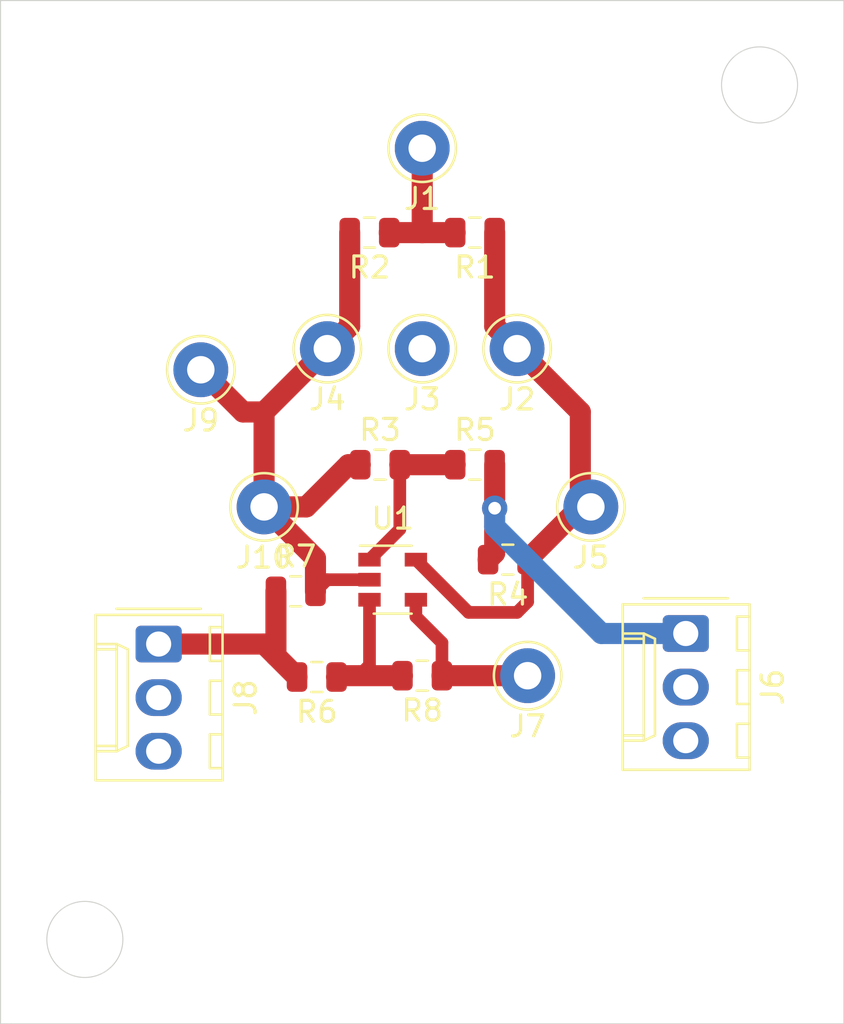
<source format=kicad_pcb>
(kicad_pcb (version 20171130) (host pcbnew 5.1.6-c6e7f7d~87~ubuntu18.04.1)

  (general
    (thickness 1.6)
    (drawings 8)
    (tracks 50)
    (zones 0)
    (modules 19)
    (nets 10)
  )

  (page A4)
  (layers
    (0 F.Cu signal)
    (31 B.Cu signal)
    (32 B.Adhes user)
    (33 F.Adhes user)
    (34 B.Paste user)
    (35 F.Paste user)
    (36 B.SilkS user)
    (37 F.SilkS user)
    (38 B.Mask user)
    (39 F.Mask user)
    (40 Dwgs.User user)
    (41 Cmts.User user)
    (42 Eco1.User user)
    (43 Eco2.User user)
    (44 Edge.Cuts user)
    (45 Margin user)
    (46 B.CrtYd user)
    (47 F.CrtYd user)
    (48 B.Fab user)
    (49 F.Fab user)
  )

  (setup
    (last_trace_width 1)
    (user_trace_width 0.6)
    (user_trace_width 1)
    (trace_clearance 0.2)
    (zone_clearance 0.508)
    (zone_45_only no)
    (trace_min 0.2)
    (via_size 0.8)
    (via_drill 0.4)
    (via_min_size 0.4)
    (via_min_drill 0.3)
    (user_via 1.2 0.6)
    (uvia_size 0.3)
    (uvia_drill 0.1)
    (uvias_allowed no)
    (uvia_min_size 0.2)
    (uvia_min_drill 0.1)
    (edge_width 0.05)
    (segment_width 0.2)
    (pcb_text_width 0.3)
    (pcb_text_size 1.5 1.5)
    (mod_edge_width 0.12)
    (mod_text_size 1 1)
    (mod_text_width 0.15)
    (pad_size 1.524 1.524)
    (pad_drill 0.762)
    (pad_to_mask_clearance 0.05)
    (aux_axis_origin 0 0)
    (visible_elements FFFFFF7F)
    (pcbplotparams
      (layerselection 0x010fc_ffffffff)
      (usegerberextensions false)
      (usegerberattributes true)
      (usegerberadvancedattributes true)
      (creategerberjobfile true)
      (excludeedgelayer true)
      (linewidth 0.100000)
      (plotframeref false)
      (viasonmask false)
      (mode 1)
      (useauxorigin false)
      (hpglpennumber 1)
      (hpglpenspeed 20)
      (hpglpendiameter 15.000000)
      (psnegative false)
      (psa4output false)
      (plotreference true)
      (plotvalue true)
      (plotinvisibletext false)
      (padsonsilk false)
      (subtractmaskfromsilk false)
      (outputformat 1)
      (mirror false)
      (drillshape 0)
      (scaleselection 1)
      (outputdirectory "/home/linux-user/Documents/Amplifiers/Temp-ctrl pot-ctrl add-on oct4/"))
  )

  (net 0 "")
  (net 1 "Net-(J1-Pad1)")
  (net 2 "Net-(J2-Pad1)")
  (net 3 "Net-(J3-Pad1)")
  (net 4 "Net-(J10-Pad1)")
  (net 5 "Net-(J6-Pad1)")
  (net 6 "Net-(J7-Pad1)")
  (net 7 "Net-(J8-Pad1)")
  (net 8 "Net-(R3-Pad2)")
  (net 9 "Net-(R6-Pad1)")

  (net_class Default "This is the default net class."
    (clearance 0.2)
    (trace_width 0.25)
    (via_dia 0.8)
    (via_drill 0.4)
    (uvia_dia 0.3)
    (uvia_drill 0.1)
    (add_net "Net-(J1-Pad1)")
    (add_net "Net-(J10-Pad1)")
    (add_net "Net-(J2-Pad1)")
    (add_net "Net-(J3-Pad1)")
    (add_net "Net-(J6-Pad1)")
    (add_net "Net-(J7-Pad1)")
    (add_net "Net-(J8-Pad1)")
    (add_net "Net-(R3-Pad2)")
    (add_net "Net-(R6-Pad1)")
  )

  (module Connector_Pin:Pin_D1.3mm_L11.0mm (layer F.Cu) (tedit 5A1DC085) (tstamp 615B0F0E)
    (at 175 61)
    (descr "solder Pin_ diameter 1.3mm, hole diameter 1.3mm, length 11.0mm")
    (tags "solder Pin_ pressfit")
    (path /61687B1E)
    (fp_text reference J1 (at 0 2.4) (layer F.SilkS)
      (effects (font (size 1 1) (thickness 0.15)))
    )
    (fp_text value Sense2 (at 0 -2.05) (layer F.Fab)
      (effects (font (size 1 1) (thickness 0.15)))
    )
    (fp_circle (center 0 0) (end 1.6 0.05) (layer F.SilkS) (width 0.12))
    (fp_circle (center 0 0) (end 1.25 -0.05) (layer F.Fab) (width 0.12))
    (fp_circle (center 0 0) (end 0.65 -0.05) (layer F.Fab) (width 0.12))
    (fp_circle (center 0 0) (end 1.8 0) (layer F.CrtYd) (width 0.05))
    (fp_text user %R (at 0 2.4) (layer F.Fab)
      (effects (font (size 1 1) (thickness 0.15)))
    )
    (pad 1 thru_hole circle (at 0 0) (size 2.6 2.6) (drill 1.3) (layers *.Cu *.Mask)
      (net 1 "Net-(J1-Pad1)"))
    (model ${KISYS3DMOD}/Connector_Pin.3dshapes/Pin_D1.3mm_L11.0mm.wrl
      (at (xyz 0 0 0))
      (scale (xyz 1 1 1))
      (rotate (xyz 0 0 0))
    )
  )

  (module Connector_Pin:Pin_D1.3mm_L11.0mm (layer F.Cu) (tedit 5A1DC085) (tstamp 615B0F18)
    (at 179.5 70.5)
    (descr "solder Pin_ diameter 1.3mm, hole diameter 1.3mm, length 11.0mm")
    (tags "solder Pin_ pressfit")
    (path /6167F64A)
    (fp_text reference J2 (at 0 2.4) (layer F.SilkS)
      (effects (font (size 1 1) (thickness 0.15)))
    )
    (fp_text value Vpot (at 0 -2.05) (layer F.Fab)
      (effects (font (size 1 1) (thickness 0.15)))
    )
    (fp_text user %R (at 0 2.4) (layer F.Fab)
      (effects (font (size 1 1) (thickness 0.15)))
    )
    (fp_circle (center 0 0) (end 1.8 0) (layer F.CrtYd) (width 0.05))
    (fp_circle (center 0 0) (end 0.65 -0.05) (layer F.Fab) (width 0.12))
    (fp_circle (center 0 0) (end 1.25 -0.05) (layer F.Fab) (width 0.12))
    (fp_circle (center 0 0) (end 1.6 0.05) (layer F.SilkS) (width 0.12))
    (pad 1 thru_hole circle (at 0 0) (size 2.6 2.6) (drill 1.3) (layers *.Cu *.Mask)
      (net 2 "Net-(J2-Pad1)"))
    (model ${KISYS3DMOD}/Connector_Pin.3dshapes/Pin_D1.3mm_L11.0mm.wrl
      (at (xyz 0 0 0))
      (scale (xyz 1 1 1))
      (rotate (xyz 0 0 0))
    )
  )

  (module Connector_Pin:Pin_D1.3mm_L11.0mm (layer F.Cu) (tedit 5A1DC085) (tstamp 615B0F22)
    (at 175 70.5)
    (descr "solder Pin_ diameter 1.3mm, hole diameter 1.3mm, length 11.0mm")
    (tags "solder Pin_ pressfit")
    (path /6167FC5D)
    (fp_text reference J3 (at 0 2.4) (layer F.SilkS)
      (effects (font (size 1 1) (thickness 0.15)))
    )
    (fp_text value Sense1 (at 0 -2.05) (layer F.Fab)
      (effects (font (size 1 1) (thickness 0.15)))
    )
    (fp_circle (center 0 0) (end 1.6 0.05) (layer F.SilkS) (width 0.12))
    (fp_circle (center 0 0) (end 1.25 -0.05) (layer F.Fab) (width 0.12))
    (fp_circle (center 0 0) (end 0.65 -0.05) (layer F.Fab) (width 0.12))
    (fp_circle (center 0 0) (end 1.8 0) (layer F.CrtYd) (width 0.05))
    (fp_text user %R (at 0 2.4) (layer F.Fab)
      (effects (font (size 1 1) (thickness 0.15)))
    )
    (pad 1 thru_hole circle (at 0 0) (size 2.6 2.6) (drill 1.3) (layers *.Cu *.Mask)
      (net 3 "Net-(J3-Pad1)"))
    (model ${KISYS3DMOD}/Connector_Pin.3dshapes/Pin_D1.3mm_L11.0mm.wrl
      (at (xyz 0 0 0))
      (scale (xyz 1 1 1))
      (rotate (xyz 0 0 0))
    )
  )

  (module Connector_Pin:Pin_D1.3mm_L11.0mm (layer F.Cu) (tedit 5A1DC085) (tstamp 615B0F2C)
    (at 170.5 70.5)
    (descr "solder Pin_ diameter 1.3mm, hole diameter 1.3mm, length 11.0mm")
    (tags "solder Pin_ pressfit")
    (path /616804AC)
    (fp_text reference J4 (at 0 2.4) (layer F.SilkS)
      (effects (font (size 1 1) (thickness 0.15)))
    )
    (fp_text value GNDpot (at 0 -2.05) (layer F.Fab)
      (effects (font (size 1 1) (thickness 0.15)))
    )
    (fp_text user %R (at 0 2.4) (layer F.Fab)
      (effects (font (size 1 1) (thickness 0.15)))
    )
    (fp_circle (center 0 0) (end 1.8 0) (layer F.CrtYd) (width 0.05))
    (fp_circle (center 0 0) (end 0.65 -0.05) (layer F.Fab) (width 0.12))
    (fp_circle (center 0 0) (end 1.25 -0.05) (layer F.Fab) (width 0.12))
    (fp_circle (center 0 0) (end 1.6 0.05) (layer F.SilkS) (width 0.12))
    (pad 1 thru_hole circle (at 0 0) (size 2.6 2.6) (drill 1.3) (layers *.Cu *.Mask)
      (net 4 "Net-(J10-Pad1)"))
    (model ${KISYS3DMOD}/Connector_Pin.3dshapes/Pin_D1.3mm_L11.0mm.wrl
      (at (xyz 0 0 0))
      (scale (xyz 1 1 1))
      (rotate (xyz 0 0 0))
    )
  )

  (module Connector_Pin:Pin_D1.3mm_L11.0mm (layer F.Cu) (tedit 5A1DC085) (tstamp 615B0F36)
    (at 183 78)
    (descr "solder Pin_ diameter 1.3mm, hole diameter 1.3mm, length 11.0mm")
    (tags "solder Pin_ pressfit")
    (path /61671A4D)
    (fp_text reference J5 (at 0 2.4) (layer F.SilkS)
      (effects (font (size 1 1) (thickness 0.15)))
    )
    (fp_text value 5V (at 0 -2.05) (layer F.Fab)
      (effects (font (size 1 1) (thickness 0.15)))
    )
    (fp_text user %R (at 0 2.4) (layer F.Fab)
      (effects (font (size 1 1) (thickness 0.15)))
    )
    (fp_circle (center 0 0) (end 1.8 0) (layer F.CrtYd) (width 0.05))
    (fp_circle (center 0 0) (end 0.65 -0.05) (layer F.Fab) (width 0.12))
    (fp_circle (center 0 0) (end 1.25 -0.05) (layer F.Fab) (width 0.12))
    (fp_circle (center 0 0) (end 1.6 0.05) (layer F.SilkS) (width 0.12))
    (pad 1 thru_hole circle (at 0 0) (size 2.6 2.6) (drill 1.3) (layers *.Cu *.Mask)
      (net 2 "Net-(J2-Pad1)"))
    (model ${KISYS3DMOD}/Connector_Pin.3dshapes/Pin_D1.3mm_L11.0mm.wrl
      (at (xyz 0 0 0))
      (scale (xyz 1 1 1))
      (rotate (xyz 0 0 0))
    )
  )

  (module Connector_Molex:Molex_KK-254_AE-6410-03A_1x03_P2.54mm_Vertical (layer F.Cu) (tedit 5EA53D3B) (tstamp 615B0F5E)
    (at 187.5 84 270)
    (descr "Molex KK-254 Interconnect System, old/engineering part number: AE-6410-03A example for new part number: 22-27-2031, 3 Pins (http://www.molex.com/pdm_docs/sd/022272021_sd.pdf), generated with kicad-footprint-generator")
    (tags "connector Molex KK-254 vertical")
    (path /61672ECB)
    (fp_text reference J6 (at 2.54 -4.12 90) (layer F.SilkS)
      (effects (font (size 1 1) (thickness 0.15)))
    )
    (fp_text value Thermistor1 (at 2.54 4.08 90) (layer F.Fab)
      (effects (font (size 1 1) (thickness 0.15)))
    )
    (fp_text user %R (at 2.54 -2.22 90) (layer F.Fab)
      (effects (font (size 1 1) (thickness 0.15)))
    )
    (fp_line (start -1.27 -2.92) (end -1.27 2.88) (layer F.Fab) (width 0.1))
    (fp_line (start -1.27 2.88) (end 6.35 2.88) (layer F.Fab) (width 0.1))
    (fp_line (start 6.35 2.88) (end 6.35 -2.92) (layer F.Fab) (width 0.1))
    (fp_line (start 6.35 -2.92) (end -1.27 -2.92) (layer F.Fab) (width 0.1))
    (fp_line (start -1.38 -3.03) (end -1.38 2.99) (layer F.SilkS) (width 0.12))
    (fp_line (start -1.38 2.99) (end 6.46 2.99) (layer F.SilkS) (width 0.12))
    (fp_line (start 6.46 2.99) (end 6.46 -3.03) (layer F.SilkS) (width 0.12))
    (fp_line (start 6.46 -3.03) (end -1.38 -3.03) (layer F.SilkS) (width 0.12))
    (fp_line (start -1.67 -2) (end -1.67 2) (layer F.SilkS) (width 0.12))
    (fp_line (start -1.27 -0.5) (end -0.562893 0) (layer F.Fab) (width 0.1))
    (fp_line (start -0.562893 0) (end -1.27 0.5) (layer F.Fab) (width 0.1))
    (fp_line (start 0 2.99) (end 0 1.99) (layer F.SilkS) (width 0.12))
    (fp_line (start 0 1.99) (end 5.08 1.99) (layer F.SilkS) (width 0.12))
    (fp_line (start 5.08 1.99) (end 5.08 2.99) (layer F.SilkS) (width 0.12))
    (fp_line (start 0 1.99) (end 0.25 1.46) (layer F.SilkS) (width 0.12))
    (fp_line (start 0.25 1.46) (end 4.83 1.46) (layer F.SilkS) (width 0.12))
    (fp_line (start 4.83 1.46) (end 5.08 1.99) (layer F.SilkS) (width 0.12))
    (fp_line (start 0.25 2.99) (end 0.25 1.99) (layer F.SilkS) (width 0.12))
    (fp_line (start 4.83 2.99) (end 4.83 1.99) (layer F.SilkS) (width 0.12))
    (fp_line (start -0.8 -3.03) (end -0.8 -2.43) (layer F.SilkS) (width 0.12))
    (fp_line (start -0.8 -2.43) (end 0.8 -2.43) (layer F.SilkS) (width 0.12))
    (fp_line (start 0.8 -2.43) (end 0.8 -3.03) (layer F.SilkS) (width 0.12))
    (fp_line (start 1.74 -3.03) (end 1.74 -2.43) (layer F.SilkS) (width 0.12))
    (fp_line (start 1.74 -2.43) (end 3.34 -2.43) (layer F.SilkS) (width 0.12))
    (fp_line (start 3.34 -2.43) (end 3.34 -3.03) (layer F.SilkS) (width 0.12))
    (fp_line (start 4.28 -3.03) (end 4.28 -2.43) (layer F.SilkS) (width 0.12))
    (fp_line (start 4.28 -2.43) (end 5.88 -2.43) (layer F.SilkS) (width 0.12))
    (fp_line (start 5.88 -2.43) (end 5.88 -3.03) (layer F.SilkS) (width 0.12))
    (fp_line (start -1.77 -3.42) (end -1.77 3.38) (layer F.CrtYd) (width 0.05))
    (fp_line (start -1.77 3.38) (end 6.85 3.38) (layer F.CrtYd) (width 0.05))
    (fp_line (start 6.85 3.38) (end 6.85 -3.42) (layer F.CrtYd) (width 0.05))
    (fp_line (start 6.85 -3.42) (end -1.77 -3.42) (layer F.CrtYd) (width 0.05))
    (pad 3 thru_hole oval (at 5.08 0 270) (size 1.74 2.19) (drill 1.19) (layers *.Cu *.Mask))
    (pad 2 thru_hole oval (at 2.54 0 270) (size 1.74 2.19) (drill 1.19) (layers *.Cu *.Mask))
    (pad 1 thru_hole roundrect (at 0 0 270) (size 1.74 2.19) (drill 1.19) (layers *.Cu *.Mask) (roundrect_rratio 0.143678)
      (net 5 "Net-(J6-Pad1)"))
    (model ${KISYS3DMOD}/Connector_Molex.3dshapes/Molex_KK-254_AE-6410-03A_1x03_P2.54mm_Vertical.wrl
      (at (xyz 0 0 0))
      (scale (xyz 1 1 1))
      (rotate (xyz 0 0 0))
    )
  )

  (module Connector_Pin:Pin_D1.3mm_L11.0mm (layer F.Cu) (tedit 5A1DC085) (tstamp 615B0F68)
    (at 180 86)
    (descr "solder Pin_ diameter 1.3mm, hole diameter 1.3mm, length 11.0mm")
    (tags "solder Pin_ pressfit")
    (path /61674173)
    (fp_text reference J7 (at 0 2.4) (layer F.SilkS)
      (effects (font (size 1 1) (thickness 0.15)))
    )
    (fp_text value ThermOut (at 0 -2.05) (layer F.Fab)
      (effects (font (size 1 1) (thickness 0.15)))
    )
    (fp_circle (center 0 0) (end 1.6 0.05) (layer F.SilkS) (width 0.12))
    (fp_circle (center 0 0) (end 1.25 -0.05) (layer F.Fab) (width 0.12))
    (fp_circle (center 0 0) (end 0.65 -0.05) (layer F.Fab) (width 0.12))
    (fp_circle (center 0 0) (end 1.8 0) (layer F.CrtYd) (width 0.05))
    (fp_text user %R (at 0 2.4) (layer F.Fab)
      (effects (font (size 1 1) (thickness 0.15)))
    )
    (pad 1 thru_hole circle (at 0 0) (size 2.6 2.6) (drill 1.3) (layers *.Cu *.Mask)
      (net 6 "Net-(J7-Pad1)"))
    (model ${KISYS3DMOD}/Connector_Pin.3dshapes/Pin_D1.3mm_L11.0mm.wrl
      (at (xyz 0 0 0))
      (scale (xyz 1 1 1))
      (rotate (xyz 0 0 0))
    )
  )

  (module Connector_Molex:Molex_KK-254_AE-6410-03A_1x03_P2.54mm_Vertical (layer F.Cu) (tedit 5EA53D3B) (tstamp 615B0F90)
    (at 162.5 84.5 270)
    (descr "Molex KK-254 Interconnect System, old/engineering part number: AE-6410-03A example for new part number: 22-27-2031, 3 Pins (http://www.molex.com/pdm_docs/sd/022272021_sd.pdf), generated with kicad-footprint-generator")
    (tags "connector Molex KK-254 vertical")
    (path /61673338)
    (fp_text reference J8 (at 2.54 -4.12 90) (layer F.SilkS)
      (effects (font (size 1 1) (thickness 0.15)))
    )
    (fp_text value Thermistor2 (at 2.54 4.08 90) (layer F.Fab)
      (effects (font (size 1 1) (thickness 0.15)))
    )
    (fp_line (start 6.85 -3.42) (end -1.77 -3.42) (layer F.CrtYd) (width 0.05))
    (fp_line (start 6.85 3.38) (end 6.85 -3.42) (layer F.CrtYd) (width 0.05))
    (fp_line (start -1.77 3.38) (end 6.85 3.38) (layer F.CrtYd) (width 0.05))
    (fp_line (start -1.77 -3.42) (end -1.77 3.38) (layer F.CrtYd) (width 0.05))
    (fp_line (start 5.88 -2.43) (end 5.88 -3.03) (layer F.SilkS) (width 0.12))
    (fp_line (start 4.28 -2.43) (end 5.88 -2.43) (layer F.SilkS) (width 0.12))
    (fp_line (start 4.28 -3.03) (end 4.28 -2.43) (layer F.SilkS) (width 0.12))
    (fp_line (start 3.34 -2.43) (end 3.34 -3.03) (layer F.SilkS) (width 0.12))
    (fp_line (start 1.74 -2.43) (end 3.34 -2.43) (layer F.SilkS) (width 0.12))
    (fp_line (start 1.74 -3.03) (end 1.74 -2.43) (layer F.SilkS) (width 0.12))
    (fp_line (start 0.8 -2.43) (end 0.8 -3.03) (layer F.SilkS) (width 0.12))
    (fp_line (start -0.8 -2.43) (end 0.8 -2.43) (layer F.SilkS) (width 0.12))
    (fp_line (start -0.8 -3.03) (end -0.8 -2.43) (layer F.SilkS) (width 0.12))
    (fp_line (start 4.83 2.99) (end 4.83 1.99) (layer F.SilkS) (width 0.12))
    (fp_line (start 0.25 2.99) (end 0.25 1.99) (layer F.SilkS) (width 0.12))
    (fp_line (start 4.83 1.46) (end 5.08 1.99) (layer F.SilkS) (width 0.12))
    (fp_line (start 0.25 1.46) (end 4.83 1.46) (layer F.SilkS) (width 0.12))
    (fp_line (start 0 1.99) (end 0.25 1.46) (layer F.SilkS) (width 0.12))
    (fp_line (start 5.08 1.99) (end 5.08 2.99) (layer F.SilkS) (width 0.12))
    (fp_line (start 0 1.99) (end 5.08 1.99) (layer F.SilkS) (width 0.12))
    (fp_line (start 0 2.99) (end 0 1.99) (layer F.SilkS) (width 0.12))
    (fp_line (start -0.562893 0) (end -1.27 0.5) (layer F.Fab) (width 0.1))
    (fp_line (start -1.27 -0.5) (end -0.562893 0) (layer F.Fab) (width 0.1))
    (fp_line (start -1.67 -2) (end -1.67 2) (layer F.SilkS) (width 0.12))
    (fp_line (start 6.46 -3.03) (end -1.38 -3.03) (layer F.SilkS) (width 0.12))
    (fp_line (start 6.46 2.99) (end 6.46 -3.03) (layer F.SilkS) (width 0.12))
    (fp_line (start -1.38 2.99) (end 6.46 2.99) (layer F.SilkS) (width 0.12))
    (fp_line (start -1.38 -3.03) (end -1.38 2.99) (layer F.SilkS) (width 0.12))
    (fp_line (start 6.35 -2.92) (end -1.27 -2.92) (layer F.Fab) (width 0.1))
    (fp_line (start 6.35 2.88) (end 6.35 -2.92) (layer F.Fab) (width 0.1))
    (fp_line (start -1.27 2.88) (end 6.35 2.88) (layer F.Fab) (width 0.1))
    (fp_line (start -1.27 -2.92) (end -1.27 2.88) (layer F.Fab) (width 0.1))
    (fp_text user %R (at 2.54 -2.22 90) (layer F.Fab)
      (effects (font (size 1 1) (thickness 0.15)))
    )
    (pad 1 thru_hole roundrect (at 0 0 270) (size 1.74 2.19) (drill 1.19) (layers *.Cu *.Mask) (roundrect_rratio 0.143678)
      (net 7 "Net-(J8-Pad1)"))
    (pad 2 thru_hole oval (at 2.54 0 270) (size 1.74 2.19) (drill 1.19) (layers *.Cu *.Mask))
    (pad 3 thru_hole oval (at 5.08 0 270) (size 1.74 2.19) (drill 1.19) (layers *.Cu *.Mask))
    (model ${KISYS3DMOD}/Connector_Molex.3dshapes/Molex_KK-254_AE-6410-03A_1x03_P2.54mm_Vertical.wrl
      (at (xyz 0 0 0))
      (scale (xyz 1 1 1))
      (rotate (xyz 0 0 0))
    )
  )

  (module Connector_Pin:Pin_D1.3mm_L11.0mm (layer F.Cu) (tedit 5A1DC085) (tstamp 615B0F9A)
    (at 164.5 71.5)
    (descr "solder Pin_ diameter 1.3mm, hole diameter 1.3mm, length 11.0mm")
    (tags "solder Pin_ pressfit")
    (path /6167476D)
    (fp_text reference J9 (at 0 2.4) (layer F.SilkS)
      (effects (font (size 1 1) (thickness 0.15)))
    )
    (fp_text value GNDout (at 0 -2.05) (layer F.Fab)
      (effects (font (size 1 1) (thickness 0.15)))
    )
    (fp_text user %R (at 0 2.4) (layer F.Fab)
      (effects (font (size 1 1) (thickness 0.15)))
    )
    (fp_circle (center 0 0) (end 1.8 0) (layer F.CrtYd) (width 0.05))
    (fp_circle (center 0 0) (end 0.65 -0.05) (layer F.Fab) (width 0.12))
    (fp_circle (center 0 0) (end 1.25 -0.05) (layer F.Fab) (width 0.12))
    (fp_circle (center 0 0) (end 1.6 0.05) (layer F.SilkS) (width 0.12))
    (pad 1 thru_hole circle (at 0 0) (size 2.6 2.6) (drill 1.3) (layers *.Cu *.Mask)
      (net 4 "Net-(J10-Pad1)"))
    (model ${KISYS3DMOD}/Connector_Pin.3dshapes/Pin_D1.3mm_L11.0mm.wrl
      (at (xyz 0 0 0))
      (scale (xyz 1 1 1))
      (rotate (xyz 0 0 0))
    )
  )

  (module Connector_Pin:Pin_D1.3mm_L11.0mm (layer F.Cu) (tedit 5A1DC085) (tstamp 615B0FA4)
    (at 167.5 78)
    (descr "solder Pin_ diameter 1.3mm, hole diameter 1.3mm, length 11.0mm")
    (tags "solder Pin_ pressfit")
    (path /61676AB0)
    (fp_text reference J10 (at 0 2.4) (layer F.SilkS)
      (effects (font (size 1 1) (thickness 0.15)))
    )
    (fp_text value GNDin (at 0 -2.05) (layer F.Fab)
      (effects (font (size 1 1) (thickness 0.15)))
    )
    (fp_circle (center 0 0) (end 1.6 0.05) (layer F.SilkS) (width 0.12))
    (fp_circle (center 0 0) (end 1.25 -0.05) (layer F.Fab) (width 0.12))
    (fp_circle (center 0 0) (end 0.65 -0.05) (layer F.Fab) (width 0.12))
    (fp_circle (center 0 0) (end 1.8 0) (layer F.CrtYd) (width 0.05))
    (fp_text user %R (at 0 2.4) (layer F.Fab)
      (effects (font (size 1 1) (thickness 0.15)))
    )
    (pad 1 thru_hole circle (at 0 0) (size 2.6 2.6) (drill 1.3) (layers *.Cu *.Mask)
      (net 4 "Net-(J10-Pad1)"))
    (model ${KISYS3DMOD}/Connector_Pin.3dshapes/Pin_D1.3mm_L11.0mm.wrl
      (at (xyz 0 0 0))
      (scale (xyz 1 1 1))
      (rotate (xyz 0 0 0))
    )
  )

  (module Resistor_SMD:R_0805_2012Metric (layer F.Cu) (tedit 5B36C52B) (tstamp 615B0FB5)
    (at 177.5 65 180)
    (descr "Resistor SMD 0805 (2012 Metric), square (rectangular) end terminal, IPC_7351 nominal, (Body size source: https://docs.google.com/spreadsheets/d/1BsfQQcO9C6DZCsRaXUlFlo91Tg2WpOkGARC1WS5S8t0/edit?usp=sharing), generated with kicad-footprint-generator")
    (tags resistor)
    (path /61682B96)
    (attr smd)
    (fp_text reference R1 (at 0 -1.65) (layer F.SilkS)
      (effects (font (size 1 1) (thickness 0.15)))
    )
    (fp_text value 1k (at 0 1.65) (layer F.Fab)
      (effects (font (size 1 1) (thickness 0.15)))
    )
    (fp_text user %R (at 0 0) (layer F.Fab)
      (effects (font (size 0.5 0.5) (thickness 0.08)))
    )
    (fp_line (start -1 0.6) (end -1 -0.6) (layer F.Fab) (width 0.1))
    (fp_line (start -1 -0.6) (end 1 -0.6) (layer F.Fab) (width 0.1))
    (fp_line (start 1 -0.6) (end 1 0.6) (layer F.Fab) (width 0.1))
    (fp_line (start 1 0.6) (end -1 0.6) (layer F.Fab) (width 0.1))
    (fp_line (start -0.258578 -0.71) (end 0.258578 -0.71) (layer F.SilkS) (width 0.12))
    (fp_line (start -0.258578 0.71) (end 0.258578 0.71) (layer F.SilkS) (width 0.12))
    (fp_line (start -1.68 0.95) (end -1.68 -0.95) (layer F.CrtYd) (width 0.05))
    (fp_line (start -1.68 -0.95) (end 1.68 -0.95) (layer F.CrtYd) (width 0.05))
    (fp_line (start 1.68 -0.95) (end 1.68 0.95) (layer F.CrtYd) (width 0.05))
    (fp_line (start 1.68 0.95) (end -1.68 0.95) (layer F.CrtYd) (width 0.05))
    (pad 2 smd roundrect (at 0.9375 0 180) (size 0.975 1.4) (layers F.Cu F.Paste F.Mask) (roundrect_rratio 0.25)
      (net 1 "Net-(J1-Pad1)"))
    (pad 1 smd roundrect (at -0.9375 0 180) (size 0.975 1.4) (layers F.Cu F.Paste F.Mask) (roundrect_rratio 0.25)
      (net 2 "Net-(J2-Pad1)"))
    (model ${KISYS3DMOD}/Resistor_SMD.3dshapes/R_0805_2012Metric.wrl
      (at (xyz 0 0 0))
      (scale (xyz 1 1 1))
      (rotate (xyz 0 0 0))
    )
  )

  (module Resistor_SMD:R_0805_2012Metric (layer F.Cu) (tedit 5B36C52B) (tstamp 615B0FC6)
    (at 172.5 65 180)
    (descr "Resistor SMD 0805 (2012 Metric), square (rectangular) end terminal, IPC_7351 nominal, (Body size source: https://docs.google.com/spreadsheets/d/1BsfQQcO9C6DZCsRaXUlFlo91Tg2WpOkGARC1WS5S8t0/edit?usp=sharing), generated with kicad-footprint-generator")
    (tags resistor)
    (path /616832FE)
    (attr smd)
    (fp_text reference R2 (at 0 -1.65) (layer F.SilkS)
      (effects (font (size 1 1) (thickness 0.15)))
    )
    (fp_text value 1k (at 0 1.65) (layer F.Fab)
      (effects (font (size 1 1) (thickness 0.15)))
    )
    (fp_line (start 1.68 0.95) (end -1.68 0.95) (layer F.CrtYd) (width 0.05))
    (fp_line (start 1.68 -0.95) (end 1.68 0.95) (layer F.CrtYd) (width 0.05))
    (fp_line (start -1.68 -0.95) (end 1.68 -0.95) (layer F.CrtYd) (width 0.05))
    (fp_line (start -1.68 0.95) (end -1.68 -0.95) (layer F.CrtYd) (width 0.05))
    (fp_line (start -0.258578 0.71) (end 0.258578 0.71) (layer F.SilkS) (width 0.12))
    (fp_line (start -0.258578 -0.71) (end 0.258578 -0.71) (layer F.SilkS) (width 0.12))
    (fp_line (start 1 0.6) (end -1 0.6) (layer F.Fab) (width 0.1))
    (fp_line (start 1 -0.6) (end 1 0.6) (layer F.Fab) (width 0.1))
    (fp_line (start -1 -0.6) (end 1 -0.6) (layer F.Fab) (width 0.1))
    (fp_line (start -1 0.6) (end -1 -0.6) (layer F.Fab) (width 0.1))
    (fp_text user %R (at 0 0) (layer F.Fab)
      (effects (font (size 0.5 0.5) (thickness 0.08)))
    )
    (pad 1 smd roundrect (at -0.9375 0 180) (size 0.975 1.4) (layers F.Cu F.Paste F.Mask) (roundrect_rratio 0.25)
      (net 1 "Net-(J1-Pad1)"))
    (pad 2 smd roundrect (at 0.9375 0 180) (size 0.975 1.4) (layers F.Cu F.Paste F.Mask) (roundrect_rratio 0.25)
      (net 4 "Net-(J10-Pad1)"))
    (model ${KISYS3DMOD}/Resistor_SMD.3dshapes/R_0805_2012Metric.wrl
      (at (xyz 0 0 0))
      (scale (xyz 1 1 1))
      (rotate (xyz 0 0 0))
    )
  )

  (module Resistor_SMD:R_0805_2012Metric (layer F.Cu) (tedit 5B36C52B) (tstamp 615B0FD7)
    (at 173 76)
    (descr "Resistor SMD 0805 (2012 Metric), square (rectangular) end terminal, IPC_7351 nominal, (Body size source: https://docs.google.com/spreadsheets/d/1BsfQQcO9C6DZCsRaXUlFlo91Tg2WpOkGARC1WS5S8t0/edit?usp=sharing), generated with kicad-footprint-generator")
    (tags resistor)
    (path /6166FC69)
    (attr smd)
    (fp_text reference R3 (at 0 -1.65) (layer F.SilkS)
      (effects (font (size 1 1) (thickness 0.15)))
    )
    (fp_text value 100k (at 0 1.65) (layer F.Fab)
      (effects (font (size 1 1) (thickness 0.15)))
    )
    (fp_text user %R (at 0 0) (layer F.Fab)
      (effects (font (size 0.5 0.5) (thickness 0.08)))
    )
    (fp_line (start -1 0.6) (end -1 -0.6) (layer F.Fab) (width 0.1))
    (fp_line (start -1 -0.6) (end 1 -0.6) (layer F.Fab) (width 0.1))
    (fp_line (start 1 -0.6) (end 1 0.6) (layer F.Fab) (width 0.1))
    (fp_line (start 1 0.6) (end -1 0.6) (layer F.Fab) (width 0.1))
    (fp_line (start -0.258578 -0.71) (end 0.258578 -0.71) (layer F.SilkS) (width 0.12))
    (fp_line (start -0.258578 0.71) (end 0.258578 0.71) (layer F.SilkS) (width 0.12))
    (fp_line (start -1.68 0.95) (end -1.68 -0.95) (layer F.CrtYd) (width 0.05))
    (fp_line (start -1.68 -0.95) (end 1.68 -0.95) (layer F.CrtYd) (width 0.05))
    (fp_line (start 1.68 -0.95) (end 1.68 0.95) (layer F.CrtYd) (width 0.05))
    (fp_line (start 1.68 0.95) (end -1.68 0.95) (layer F.CrtYd) (width 0.05))
    (pad 2 smd roundrect (at 0.9375 0) (size 0.975 1.4) (layers F.Cu F.Paste F.Mask) (roundrect_rratio 0.25)
      (net 8 "Net-(R3-Pad2)"))
    (pad 1 smd roundrect (at -0.9375 0) (size 0.975 1.4) (layers F.Cu F.Paste F.Mask) (roundrect_rratio 0.25)
      (net 4 "Net-(J10-Pad1)"))
    (model ${KISYS3DMOD}/Resistor_SMD.3dshapes/R_0805_2012Metric.wrl
      (at (xyz 0 0 0))
      (scale (xyz 1 1 1))
      (rotate (xyz 0 0 0))
    )
  )

  (module Resistor_SMD:R_0805_2012Metric (layer F.Cu) (tedit 5B36C52B) (tstamp 615B0FE8)
    (at 179.0625 80.5 180)
    (descr "Resistor SMD 0805 (2012 Metric), square (rectangular) end terminal, IPC_7351 nominal, (Body size source: https://docs.google.com/spreadsheets/d/1BsfQQcO9C6DZCsRaXUlFlo91Tg2WpOkGARC1WS5S8t0/edit?usp=sharing), generated with kicad-footprint-generator")
    (tags resistor)
    (path /6166FE93)
    (attr smd)
    (fp_text reference R4 (at 0 -1.65) (layer F.SilkS)
      (effects (font (size 1 1) (thickness 0.15)))
    )
    (fp_text value 1k (at 0 1.65) (layer F.Fab)
      (effects (font (size 1 1) (thickness 0.15)))
    )
    (fp_line (start 1.68 0.95) (end -1.68 0.95) (layer F.CrtYd) (width 0.05))
    (fp_line (start 1.68 -0.95) (end 1.68 0.95) (layer F.CrtYd) (width 0.05))
    (fp_line (start -1.68 -0.95) (end 1.68 -0.95) (layer F.CrtYd) (width 0.05))
    (fp_line (start -1.68 0.95) (end -1.68 -0.95) (layer F.CrtYd) (width 0.05))
    (fp_line (start -0.258578 0.71) (end 0.258578 0.71) (layer F.SilkS) (width 0.12))
    (fp_line (start -0.258578 -0.71) (end 0.258578 -0.71) (layer F.SilkS) (width 0.12))
    (fp_line (start 1 0.6) (end -1 0.6) (layer F.Fab) (width 0.1))
    (fp_line (start 1 -0.6) (end 1 0.6) (layer F.Fab) (width 0.1))
    (fp_line (start -1 -0.6) (end 1 -0.6) (layer F.Fab) (width 0.1))
    (fp_line (start -1 0.6) (end -1 -0.6) (layer F.Fab) (width 0.1))
    (fp_text user %R (at 0 0) (layer F.Fab)
      (effects (font (size 0.5 0.5) (thickness 0.08)))
    )
    (pad 1 smd roundrect (at -0.9375 0 180) (size 0.975 1.4) (layers F.Cu F.Paste F.Mask) (roundrect_rratio 0.25)
      (net 2 "Net-(J2-Pad1)"))
    (pad 2 smd roundrect (at 0.9375 0 180) (size 0.975 1.4) (layers F.Cu F.Paste F.Mask) (roundrect_rratio 0.25)
      (net 5 "Net-(J6-Pad1)"))
    (model ${KISYS3DMOD}/Resistor_SMD.3dshapes/R_0805_2012Metric.wrl
      (at (xyz 0 0 0))
      (scale (xyz 1 1 1))
      (rotate (xyz 0 0 0))
    )
  )

  (module Resistor_SMD:R_0805_2012Metric (layer F.Cu) (tedit 5B36C52B) (tstamp 615B0FF9)
    (at 177.5 76)
    (descr "Resistor SMD 0805 (2012 Metric), square (rectangular) end terminal, IPC_7351 nominal, (Body size source: https://docs.google.com/spreadsheets/d/1BsfQQcO9C6DZCsRaXUlFlo91Tg2WpOkGARC1WS5S8t0/edit?usp=sharing), generated with kicad-footprint-generator")
    (tags resistor)
    (path /6166FA94)
    (attr smd)
    (fp_text reference R5 (at 0 -1.65) (layer F.SilkS)
      (effects (font (size 1 1) (thickness 0.15)))
    )
    (fp_text value 1k (at 0 1.65) (layer F.Fab)
      (effects (font (size 1 1) (thickness 0.15)))
    )
    (fp_line (start 1.68 0.95) (end -1.68 0.95) (layer F.CrtYd) (width 0.05))
    (fp_line (start 1.68 -0.95) (end 1.68 0.95) (layer F.CrtYd) (width 0.05))
    (fp_line (start -1.68 -0.95) (end 1.68 -0.95) (layer F.CrtYd) (width 0.05))
    (fp_line (start -1.68 0.95) (end -1.68 -0.95) (layer F.CrtYd) (width 0.05))
    (fp_line (start -0.258578 0.71) (end 0.258578 0.71) (layer F.SilkS) (width 0.12))
    (fp_line (start -0.258578 -0.71) (end 0.258578 -0.71) (layer F.SilkS) (width 0.12))
    (fp_line (start 1 0.6) (end -1 0.6) (layer F.Fab) (width 0.1))
    (fp_line (start 1 -0.6) (end 1 0.6) (layer F.Fab) (width 0.1))
    (fp_line (start -1 -0.6) (end 1 -0.6) (layer F.Fab) (width 0.1))
    (fp_line (start -1 0.6) (end -1 -0.6) (layer F.Fab) (width 0.1))
    (fp_text user %R (at 0 0) (layer F.Fab)
      (effects (font (size 0.5 0.5) (thickness 0.08)))
    )
    (pad 1 smd roundrect (at -0.9375 0) (size 0.975 1.4) (layers F.Cu F.Paste F.Mask) (roundrect_rratio 0.25)
      (net 8 "Net-(R3-Pad2)"))
    (pad 2 smd roundrect (at 0.9375 0) (size 0.975 1.4) (layers F.Cu F.Paste F.Mask) (roundrect_rratio 0.25)
      (net 5 "Net-(J6-Pad1)"))
    (model ${KISYS3DMOD}/Resistor_SMD.3dshapes/R_0805_2012Metric.wrl
      (at (xyz 0 0 0))
      (scale (xyz 1 1 1))
      (rotate (xyz 0 0 0))
    )
  )

  (module Resistor_SMD:R_0805_2012Metric (layer F.Cu) (tedit 5B36C52B) (tstamp 615B100A)
    (at 170 86.0625 180)
    (descr "Resistor SMD 0805 (2012 Metric), square (rectangular) end terminal, IPC_7351 nominal, (Body size source: https://docs.google.com/spreadsheets/d/1BsfQQcO9C6DZCsRaXUlFlo91Tg2WpOkGARC1WS5S8t0/edit?usp=sharing), generated with kicad-footprint-generator")
    (tags resistor)
    (path /6166F782)
    (attr smd)
    (fp_text reference R6 (at 0 -1.65) (layer F.SilkS)
      (effects (font (size 1 1) (thickness 0.15)))
    )
    (fp_text value 1k (at 0 1.65) (layer F.Fab)
      (effects (font (size 1 1) (thickness 0.15)))
    )
    (fp_text user %R (at 0 0) (layer F.Fab)
      (effects (font (size 0.5 0.5) (thickness 0.08)))
    )
    (fp_line (start -1 0.6) (end -1 -0.6) (layer F.Fab) (width 0.1))
    (fp_line (start -1 -0.6) (end 1 -0.6) (layer F.Fab) (width 0.1))
    (fp_line (start 1 -0.6) (end 1 0.6) (layer F.Fab) (width 0.1))
    (fp_line (start 1 0.6) (end -1 0.6) (layer F.Fab) (width 0.1))
    (fp_line (start -0.258578 -0.71) (end 0.258578 -0.71) (layer F.SilkS) (width 0.12))
    (fp_line (start -0.258578 0.71) (end 0.258578 0.71) (layer F.SilkS) (width 0.12))
    (fp_line (start -1.68 0.95) (end -1.68 -0.95) (layer F.CrtYd) (width 0.05))
    (fp_line (start -1.68 -0.95) (end 1.68 -0.95) (layer F.CrtYd) (width 0.05))
    (fp_line (start 1.68 -0.95) (end 1.68 0.95) (layer F.CrtYd) (width 0.05))
    (fp_line (start 1.68 0.95) (end -1.68 0.95) (layer F.CrtYd) (width 0.05))
    (pad 2 smd roundrect (at 0.9375 0 180) (size 0.975 1.4) (layers F.Cu F.Paste F.Mask) (roundrect_rratio 0.25)
      (net 7 "Net-(J8-Pad1)"))
    (pad 1 smd roundrect (at -0.9375 0 180) (size 0.975 1.4) (layers F.Cu F.Paste F.Mask) (roundrect_rratio 0.25)
      (net 9 "Net-(R6-Pad1)"))
    (model ${KISYS3DMOD}/Resistor_SMD.3dshapes/R_0805_2012Metric.wrl
      (at (xyz 0 0 0))
      (scale (xyz 1 1 1))
      (rotate (xyz 0 0 0))
    )
  )

  (module Resistor_SMD:R_0805_2012Metric (layer F.Cu) (tedit 5B36C52B) (tstamp 615B101B)
    (at 169 82)
    (descr "Resistor SMD 0805 (2012 Metric), square (rectangular) end terminal, IPC_7351 nominal, (Body size source: https://docs.google.com/spreadsheets/d/1BsfQQcO9C6DZCsRaXUlFlo91Tg2WpOkGARC1WS5S8t0/edit?usp=sharing), generated with kicad-footprint-generator")
    (tags resistor)
    (path /61670265)
    (attr smd)
    (fp_text reference R7 (at 0 -1.65) (layer F.SilkS)
      (effects (font (size 1 1) (thickness 0.15)))
    )
    (fp_text value 1k (at 0 1.65) (layer F.Fab)
      (effects (font (size 1 1) (thickness 0.15)))
    )
    (fp_text user %R (at 0 0) (layer F.Fab)
      (effects (font (size 0.5 0.5) (thickness 0.08)))
    )
    (fp_line (start -1 0.6) (end -1 -0.6) (layer F.Fab) (width 0.1))
    (fp_line (start -1 -0.6) (end 1 -0.6) (layer F.Fab) (width 0.1))
    (fp_line (start 1 -0.6) (end 1 0.6) (layer F.Fab) (width 0.1))
    (fp_line (start 1 0.6) (end -1 0.6) (layer F.Fab) (width 0.1))
    (fp_line (start -0.258578 -0.71) (end 0.258578 -0.71) (layer F.SilkS) (width 0.12))
    (fp_line (start -0.258578 0.71) (end 0.258578 0.71) (layer F.SilkS) (width 0.12))
    (fp_line (start -1.68 0.95) (end -1.68 -0.95) (layer F.CrtYd) (width 0.05))
    (fp_line (start -1.68 -0.95) (end 1.68 -0.95) (layer F.CrtYd) (width 0.05))
    (fp_line (start 1.68 -0.95) (end 1.68 0.95) (layer F.CrtYd) (width 0.05))
    (fp_line (start 1.68 0.95) (end -1.68 0.95) (layer F.CrtYd) (width 0.05))
    (pad 2 smd roundrect (at 0.9375 0) (size 0.975 1.4) (layers F.Cu F.Paste F.Mask) (roundrect_rratio 0.25)
      (net 4 "Net-(J10-Pad1)"))
    (pad 1 smd roundrect (at -0.9375 0) (size 0.975 1.4) (layers F.Cu F.Paste F.Mask) (roundrect_rratio 0.25)
      (net 7 "Net-(J8-Pad1)"))
    (model ${KISYS3DMOD}/Resistor_SMD.3dshapes/R_0805_2012Metric.wrl
      (at (xyz 0 0 0))
      (scale (xyz 1 1 1))
      (rotate (xyz 0 0 0))
    )
  )

  (module Resistor_SMD:R_0805_2012Metric (layer F.Cu) (tedit 5B36C52B) (tstamp 615B102C)
    (at 175 86 180)
    (descr "Resistor SMD 0805 (2012 Metric), square (rectangular) end terminal, IPC_7351 nominal, (Body size source: https://docs.google.com/spreadsheets/d/1BsfQQcO9C6DZCsRaXUlFlo91Tg2WpOkGARC1WS5S8t0/edit?usp=sharing), generated with kicad-footprint-generator")
    (tags resistor)
    (path /6166DC27)
    (attr smd)
    (fp_text reference R8 (at 0 -1.65) (layer F.SilkS)
      (effects (font (size 1 1) (thickness 0.15)))
    )
    (fp_text value 100k (at 0 1.65) (layer F.Fab)
      (effects (font (size 1 1) (thickness 0.15)))
    )
    (fp_line (start 1.68 0.95) (end -1.68 0.95) (layer F.CrtYd) (width 0.05))
    (fp_line (start 1.68 -0.95) (end 1.68 0.95) (layer F.CrtYd) (width 0.05))
    (fp_line (start -1.68 -0.95) (end 1.68 -0.95) (layer F.CrtYd) (width 0.05))
    (fp_line (start -1.68 0.95) (end -1.68 -0.95) (layer F.CrtYd) (width 0.05))
    (fp_line (start -0.258578 0.71) (end 0.258578 0.71) (layer F.SilkS) (width 0.12))
    (fp_line (start -0.258578 -0.71) (end 0.258578 -0.71) (layer F.SilkS) (width 0.12))
    (fp_line (start 1 0.6) (end -1 0.6) (layer F.Fab) (width 0.1))
    (fp_line (start 1 -0.6) (end 1 0.6) (layer F.Fab) (width 0.1))
    (fp_line (start -1 -0.6) (end 1 -0.6) (layer F.Fab) (width 0.1))
    (fp_line (start -1 0.6) (end -1 -0.6) (layer F.Fab) (width 0.1))
    (fp_text user %R (at 0 0) (layer F.Fab)
      (effects (font (size 0.5 0.5) (thickness 0.08)))
    )
    (pad 1 smd roundrect (at -0.9375 0 180) (size 0.975 1.4) (layers F.Cu F.Paste F.Mask) (roundrect_rratio 0.25)
      (net 6 "Net-(J7-Pad1)"))
    (pad 2 smd roundrect (at 0.9375 0 180) (size 0.975 1.4) (layers F.Cu F.Paste F.Mask) (roundrect_rratio 0.25)
      (net 9 "Net-(R6-Pad1)"))
    (model ${KISYS3DMOD}/Resistor_SMD.3dshapes/R_0805_2012Metric.wrl
      (at (xyz 0 0 0))
      (scale (xyz 1 1 1))
      (rotate (xyz 0 0 0))
    )
  )

  (module Package_TO_SOT_SMD:SOT-23-5 (layer F.Cu) (tedit 5A02FF57) (tstamp 615B1041)
    (at 173.6 81.45)
    (descr "5-pin SOT23 package")
    (tags SOT-23-5)
    (path /6166CB6E)
    (attr smd)
    (fp_text reference U1 (at 0 -2.9) (layer F.SilkS)
      (effects (font (size 1 1) (thickness 0.15)))
    )
    (fp_text value LMV321 (at 0 2.9) (layer F.Fab)
      (effects (font (size 1 1) (thickness 0.15)))
    )
    (fp_line (start 0.9 -1.55) (end 0.9 1.55) (layer F.Fab) (width 0.1))
    (fp_line (start 0.9 1.55) (end -0.9 1.55) (layer F.Fab) (width 0.1))
    (fp_line (start -0.9 -0.9) (end -0.9 1.55) (layer F.Fab) (width 0.1))
    (fp_line (start 0.9 -1.55) (end -0.25 -1.55) (layer F.Fab) (width 0.1))
    (fp_line (start -0.9 -0.9) (end -0.25 -1.55) (layer F.Fab) (width 0.1))
    (fp_line (start -1.9 1.8) (end -1.9 -1.8) (layer F.CrtYd) (width 0.05))
    (fp_line (start 1.9 1.8) (end -1.9 1.8) (layer F.CrtYd) (width 0.05))
    (fp_line (start 1.9 -1.8) (end 1.9 1.8) (layer F.CrtYd) (width 0.05))
    (fp_line (start -1.9 -1.8) (end 1.9 -1.8) (layer F.CrtYd) (width 0.05))
    (fp_line (start 0.9 -1.61) (end -1.55 -1.61) (layer F.SilkS) (width 0.12))
    (fp_line (start -0.9 1.61) (end 0.9 1.61) (layer F.SilkS) (width 0.12))
    (fp_text user %R (at 0 0 90) (layer F.Fab)
      (effects (font (size 0.5 0.5) (thickness 0.075)))
    )
    (pad 1 smd rect (at -1.1 -0.95) (size 1.06 0.65) (layers F.Cu F.Paste F.Mask)
      (net 8 "Net-(R3-Pad2)"))
    (pad 2 smd rect (at -1.1 0) (size 1.06 0.65) (layers F.Cu F.Paste F.Mask)
      (net 4 "Net-(J10-Pad1)"))
    (pad 3 smd rect (at -1.1 0.95) (size 1.06 0.65) (layers F.Cu F.Paste F.Mask)
      (net 9 "Net-(R6-Pad1)"))
    (pad 4 smd rect (at 1.1 0.95) (size 1.06 0.65) (layers F.Cu F.Paste F.Mask)
      (net 6 "Net-(J7-Pad1)"))
    (pad 5 smd rect (at 1.1 -0.95) (size 1.06 0.65) (layers F.Cu F.Paste F.Mask)
      (net 2 "Net-(J2-Pad1)"))
    (model ${KISYS3DMOD}/Package_TO_SOT_SMD.3dshapes/SOT-23-5.wrl
      (at (xyz 0 0 0))
      (scale (xyz 1 1 1))
      (rotate (xyz 0 0 0))
    )
  )

  (gr_circle (center 191 58) (end 192 59.5) (layer Edge.Cuts) (width 0.05))
  (gr_circle (center 159 98.5) (end 160.5 99.5) (layer Edge.Cuts) (width 0.05))
  (gr_line (start 155 102.5) (end 155 91.5) (layer Edge.Cuts) (width 0.05) (tstamp 615B1E02))
  (gr_line (start 155.5 102.5) (end 155 102.5) (layer Edge.Cuts) (width 0.05))
  (gr_line (start 195 102.5) (end 155.5 102.5) (layer Edge.Cuts) (width 0.05))
  (gr_line (start 195 54) (end 195 102.5) (layer Edge.Cuts) (width 0.05))
  (gr_line (start 155 54) (end 195 54) (layer Edge.Cuts) (width 0.05))
  (gr_line (start 155 91.5) (end 155 54) (layer Edge.Cuts) (width 0.05))

  (segment (start 175 61) (end 175 65) (width 1) (layer F.Cu) (net 1))
  (segment (start 175 65) (end 173.4375 65) (width 1) (layer F.Cu) (net 1))
  (segment (start 175 65) (end 176.5625 65) (width 1) (layer F.Cu) (net 1))
  (segment (start 178.4375 69.4375) (end 179.5 70.5) (width 1) (layer F.Cu) (net 2))
  (segment (start 178.4375 65) (end 178.4375 69.4375) (width 1) (layer F.Cu) (net 2))
  (segment (start 179.5 70.5) (end 182.5 73.5) (width 1) (layer F.Cu) (net 2))
  (segment (start 182.5 77.5) (end 183 78) (width 1) (layer F.Cu) (net 2))
  (segment (start 182.5 73.5) (end 182.5 77.5) (width 1) (layer F.Cu) (net 2))
  (segment (start 174.7 80.5) (end 177.2 83) (width 0.6) (layer F.Cu) (net 2))
  (segment (start 177.2 83) (end 179.5 83) (width 0.6) (layer F.Cu) (net 2))
  (segment (start 180 82.5) (end 180 80.5) (width 0.6) (layer F.Cu) (net 2))
  (segment (start 179.5 83) (end 180 82.5) (width 0.6) (layer F.Cu) (net 2))
  (segment (start 182.5 78) (end 180 80.5) (width 1) (layer F.Cu) (net 2))
  (segment (start 183 78) (end 182.5 78) (width 1) (layer F.Cu) (net 2))
  (segment (start 171.5625 69.4375) (end 170.5 70.5) (width 1) (layer F.Cu) (net 4))
  (segment (start 171.5625 65) (end 171.5625 69.4375) (width 1) (layer F.Cu) (net 4))
  (segment (start 170.5 70.5) (end 167.5 73.5) (width 1) (layer F.Cu) (net 4))
  (segment (start 167.5 73.5) (end 167.5 78) (width 1) (layer F.Cu) (net 4))
  (segment (start 172.0625 76) (end 171.5 76) (width 1) (layer F.Cu) (net 4))
  (segment (start 169.5 78) (end 167.5 78) (width 1) (layer F.Cu) (net 4))
  (segment (start 171.5 76) (end 169.5 78) (width 1) (layer F.Cu) (net 4))
  (segment (start 169.9375 80.4375) (end 169.9375 82) (width 1) (layer F.Cu) (net 4))
  (segment (start 167.5 78) (end 169.9375 80.4375) (width 1) (layer F.Cu) (net 4))
  (segment (start 170.4875 81.45) (end 169.9375 82) (width 0.6) (layer F.Cu) (net 4))
  (segment (start 172.5 81.45) (end 170.4875 81.45) (width 0.6) (layer F.Cu) (net 4))
  (segment (start 166.5 73.5) (end 167.5 73.5) (width 1) (layer F.Cu) (net 4))
  (segment (start 164.5 71.5) (end 166.5 73.5) (width 1) (layer F.Cu) (net 4))
  (segment (start 178.4375 80.1875) (end 178.125 80.5) (width 1) (layer F.Cu) (net 5))
  (segment (start 178.4375 76) (end 178.4375 78.0625) (width 1) (layer F.Cu) (net 5))
  (segment (start 178.4375 78.0625) (end 178.4375 80.1875) (width 1) (layer F.Cu) (net 5) (tstamp 615B1C9F))
  (via (at 178.4375 78.0625) (size 1.2) (drill 0.6) (layers F.Cu B.Cu) (net 5))
  (segment (start 178.4375 78.0625) (end 178.4375 78.9375) (width 1) (layer B.Cu) (net 5))
  (segment (start 183.5 84) (end 187.5 84) (width 1) (layer B.Cu) (net 5))
  (segment (start 178.4375 78.9375) (end 183.5 84) (width 1) (layer B.Cu) (net 5))
  (segment (start 180 86) (end 175.9375 86) (width 1) (layer F.Cu) (net 6))
  (segment (start 174.7 82.4) (end 174.7 83.2) (width 0.6) (layer F.Cu) (net 6))
  (segment (start 175.9375 84.4375) (end 175.9375 86) (width 0.6) (layer F.Cu) (net 6))
  (segment (start 174.7 83.2) (end 175.9375 84.4375) (width 0.6) (layer F.Cu) (net 6))
  (segment (start 168.0625 85.0625) (end 169.0625 86.0625) (width 1) (layer F.Cu) (net 7))
  (segment (start 168.0625 82) (end 168.0625 85.0625) (width 1) (layer F.Cu) (net 7))
  (segment (start 167.5 84.5) (end 168.0625 85.0625) (width 1) (layer F.Cu) (net 7))
  (segment (start 162.5 84.5) (end 167.5 84.5) (width 1) (layer F.Cu) (net 7))
  (segment (start 173.9375 79.0625) (end 172.5 80.5) (width 0.6) (layer F.Cu) (net 8))
  (segment (start 173.9375 76) (end 173.9375 79.0625) (width 0.6) (layer F.Cu) (net 8))
  (segment (start 176.5625 76) (end 173.9375 76) (width 1) (layer F.Cu) (net 8))
  (segment (start 171 86) (end 170.9375 86.0625) (width 1) (layer F.Cu) (net 9))
  (segment (start 172.5 82.4) (end 172.5 85.5) (width 0.6) (layer F.Cu) (net 9))
  (segment (start 172.5 85.5) (end 172 86) (width 0.6) (layer F.Cu) (net 9))
  (segment (start 174.0625 86) (end 172 86) (width 1) (layer F.Cu) (net 9))
  (segment (start 172 86) (end 171 86) (width 1) (layer F.Cu) (net 9))

)

</source>
